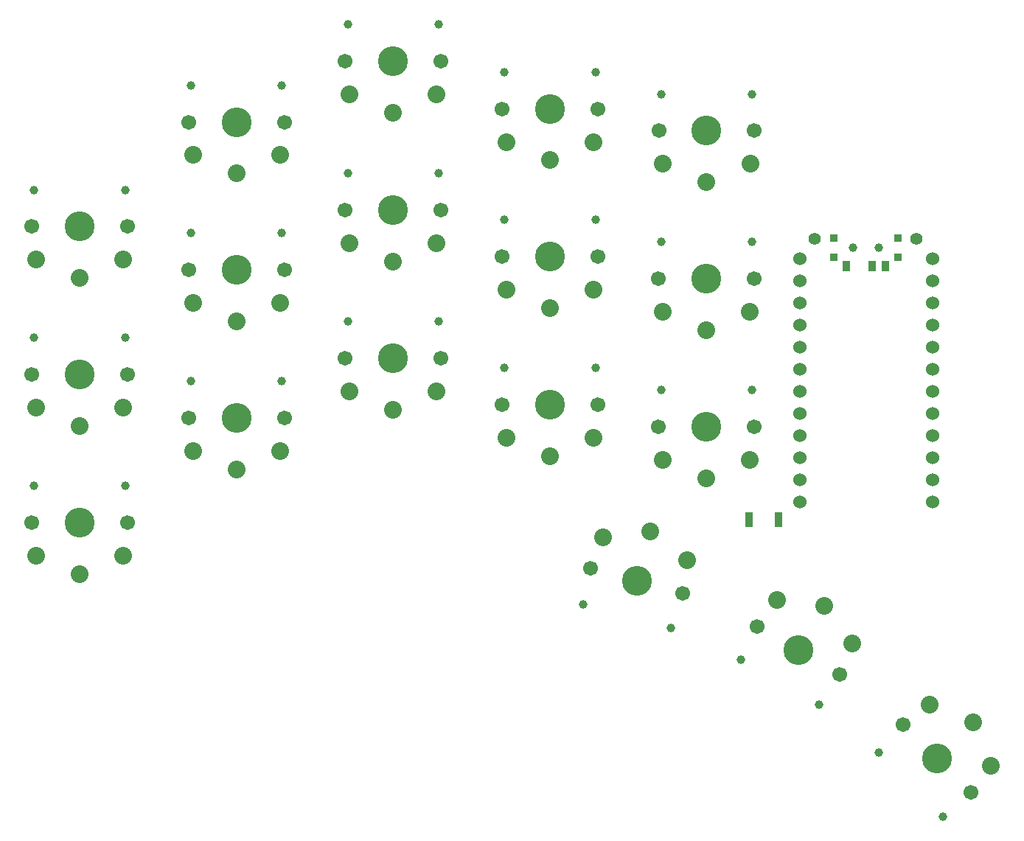
<source format=gbr>
%TF.GenerationSoftware,KiCad,Pcbnew,(6.0.2-0)*%
%TF.CreationDate,2022-03-03T20:02:49-06:00*%
%TF.ProjectId,Exkeylibur,45786b65-796c-4696-9275-722e6b696361,rev?*%
%TF.SameCoordinates,Original*%
%TF.FileFunction,Soldermask,Bot*%
%TF.FilePolarity,Negative*%
%FSLAX46Y46*%
G04 Gerber Fmt 4.6, Leading zero omitted, Abs format (unit mm)*
G04 Created by KiCad (PCBNEW (6.0.2-0)) date 2022-03-03 20:02:49*
%MOMM*%
%LPD*%
G01*
G04 APERTURE LIST*
%ADD10C,1.524000*%
%ADD11C,3.429000*%
%ADD12C,0.990600*%
%ADD13C,1.701800*%
%ADD14C,2.032000*%
%ADD15C,1.397000*%
%ADD16C,1.000000*%
%ADD17R,0.900000X0.900000*%
%ADD18R,0.900000X1.250000*%
%ADD19R,0.900000X1.700000*%
G04 APERTURE END LIST*
D10*
%TO.C,U1*%
X128322558Y-53086000D03*
X128322558Y-55626000D03*
X128322558Y-58166000D03*
X128322558Y-60706000D03*
X128322558Y-63246000D03*
X128322558Y-65786000D03*
X128322558Y-68326000D03*
X128322558Y-70866000D03*
X128322558Y-73406000D03*
X128322558Y-75946000D03*
X128322558Y-78486000D03*
X128322558Y-81026000D03*
X113102558Y-81026000D03*
X113102558Y-78486000D03*
X113102558Y-75946000D03*
X113102558Y-73406000D03*
X113102558Y-70866000D03*
X113102558Y-68326000D03*
X113102558Y-65786000D03*
X113102558Y-63246000D03*
X113102558Y-60706000D03*
X113102558Y-58166000D03*
X113102558Y-55626000D03*
X113102558Y-53086000D03*
%TD*%
D11*
%TO.C,SW16*%
X66389158Y-64516000D03*
D12*
X71609158Y-60316000D03*
D13*
X71889158Y-64516000D03*
D12*
X61169158Y-60316000D03*
D13*
X60889158Y-64516000D03*
D14*
X66389158Y-70416000D03*
X71389158Y-68316000D03*
X61389158Y-68316000D03*
%TD*%
D12*
%TO.C,SW7*%
X115339811Y-104329307D03*
D11*
X112919158Y-98082000D03*
D13*
X117682298Y-100832000D03*
X108156018Y-95332000D03*
D12*
X106298505Y-99109307D03*
D14*
X115869158Y-92972450D03*
X119149285Y-97291103D03*
X110489031Y-92291103D03*
%TD*%
D12*
%TO.C,SW15*%
X53609158Y-67174000D03*
X43169158Y-67174000D03*
D11*
X48389158Y-71374000D03*
D13*
X42889158Y-71374000D03*
X53889158Y-71374000D03*
D14*
X48389158Y-77274000D03*
X53389158Y-75174000D03*
X43389158Y-75174000D03*
%TD*%
D12*
%TO.C,SW13*%
X98314251Y-95489924D03*
D13*
X89046566Y-88658495D03*
D12*
X88229985Y-92787853D03*
D13*
X99671750Y-91505505D03*
D11*
X94359158Y-90082000D03*
D14*
X95886190Y-84383038D03*
X100172300Y-87705577D03*
X90513041Y-85117387D03*
%TD*%
D13*
%TO.C,SW17*%
X78889158Y-69850000D03*
D12*
X79169158Y-65650000D03*
D11*
X84389158Y-69850000D03*
D13*
X89889158Y-69850000D03*
D12*
X89609158Y-65650000D03*
D14*
X84389158Y-75750000D03*
X79389158Y-73650000D03*
X89389158Y-73650000D03*
%TD*%
D11*
%TO.C,SW18*%
X102369158Y-72390000D03*
D12*
X107589158Y-68190000D03*
D13*
X96869158Y-72390000D03*
X107869158Y-72390000D03*
D12*
X97149158Y-68190000D03*
D14*
X102369158Y-78290000D03*
X97369158Y-76190000D03*
X107369158Y-76190000D03*
%TD*%
D11*
%TO.C,SW4*%
X66389158Y-30382000D03*
D12*
X61169158Y-26182000D03*
D13*
X71889158Y-30382000D03*
X60889158Y-30382000D03*
D12*
X71609158Y-26182000D03*
D14*
X66389158Y-36282000D03*
X71389158Y-34182000D03*
X61389158Y-34182000D03*
%TD*%
D12*
%TO.C,SW3*%
X43169158Y-33182000D03*
X53609158Y-33182000D03*
D13*
X53889158Y-37382000D03*
D11*
X48389158Y-37382000D03*
D13*
X42889158Y-37382000D03*
D14*
X48389158Y-43282000D03*
X53389158Y-41182000D03*
X43389158Y-41182000D03*
%TD*%
D11*
%TO.C,SW9*%
X48389158Y-54356000D03*
D12*
X53609158Y-50156000D03*
D13*
X53889158Y-54356000D03*
X42889158Y-54356000D03*
D12*
X43169158Y-50156000D03*
D14*
X48389158Y-60256000D03*
X43389158Y-58156000D03*
X53389158Y-58156000D03*
%TD*%
D11*
%TO.C,SW14*%
X30389158Y-83382000D03*
D13*
X35889158Y-83382000D03*
X24889158Y-83382000D03*
D12*
X25169158Y-79182000D03*
X35609158Y-79182000D03*
D14*
X30389158Y-89282000D03*
X35389158Y-87182000D03*
X25389158Y-87182000D03*
%TD*%
D11*
%TO.C,SW12*%
X102369158Y-55372000D03*
D13*
X107869158Y-55372000D03*
X96869158Y-55372000D03*
D12*
X107589158Y-51172000D03*
X97149158Y-51172000D03*
D14*
X102369158Y-61272000D03*
X107369158Y-59172000D03*
X97369158Y-59172000D03*
%TD*%
D13*
%TO.C,SW11*%
X78889158Y-52832000D03*
D11*
X84389158Y-52832000D03*
D12*
X89609158Y-48632000D03*
X79169158Y-48632000D03*
D13*
X89889158Y-52832000D03*
D14*
X84389158Y-58732000D03*
X79389158Y-56632000D03*
X89389158Y-56632000D03*
%TD*%
D13*
%TO.C,SW8*%
X24889158Y-66382000D03*
D12*
X25169158Y-62182000D03*
D13*
X35889158Y-66382000D03*
D11*
X30389158Y-66382000D03*
D12*
X35609158Y-62182000D03*
D14*
X30389158Y-72282000D03*
X25389158Y-70182000D03*
X35389158Y-70182000D03*
%TD*%
D12*
%TO.C,SW6*%
X107609158Y-34182000D03*
X97169158Y-34182000D03*
D11*
X102389158Y-38382000D03*
D13*
X107889158Y-38382000D03*
X96889158Y-38382000D03*
D14*
X102389158Y-44282000D03*
X107389158Y-42182000D03*
X97389158Y-42182000D03*
%TD*%
D13*
%TO.C,SW5*%
X78889158Y-35882000D03*
D12*
X89609158Y-31682000D03*
X79169158Y-31682000D03*
D13*
X89889158Y-35882000D03*
D11*
X84389158Y-35882000D03*
D14*
X84389158Y-41782000D03*
X79389158Y-39682000D03*
X89389158Y-39682000D03*
%TD*%
D13*
%TO.C,SW2*%
X35889158Y-49382000D03*
D12*
X25169158Y-45182000D03*
D13*
X24889158Y-49382000D03*
D11*
X30389158Y-49382000D03*
D12*
X35609158Y-45182000D03*
D14*
X30389158Y-55282000D03*
X25389158Y-53182000D03*
X35389158Y-53182000D03*
%TD*%
D12*
%TO.C,SW10*%
X71609158Y-43298000D03*
D11*
X66389158Y-47498000D03*
D12*
X61169158Y-43298000D03*
D13*
X60889158Y-47498000D03*
X71889158Y-47498000D03*
D14*
X66389158Y-53398000D03*
X71389158Y-51298000D03*
X61389158Y-51298000D03*
%TD*%
D15*
%TO.C,BT_V1*%
X126499158Y-50800000D03*
%TD*%
%TO.C,BT_GND1*%
X114815158Y-50800000D03*
%TD*%
D16*
%TO.C,PWR_SW1*%
X122160425Y-51818925D03*
X119160425Y-51818925D03*
%TD*%
D13*
%TO.C,SW1*%
X132722245Y-114405512D03*
D12*
X122172212Y-109795176D03*
D13*
X124944071Y-106627338D03*
D12*
X129554407Y-117177371D03*
D11*
X128833158Y-110516425D03*
D14*
X133005088Y-106344495D03*
X135055698Y-111364953D03*
X127984630Y-104293885D03*
%TD*%
D16*
%TO.C,PWR_SW1*%
X122157158Y-51816000D03*
X119157158Y-51816000D03*
D17*
X124357158Y-52916000D03*
X116957158Y-50716000D03*
X124357158Y-50716000D03*
X116957158Y-52916000D03*
D18*
X118407158Y-53891000D03*
X121407158Y-53891000D03*
X122907158Y-53891000D03*
%TD*%
D19*
%TO.C,RSW1*%
X107280425Y-83056425D03*
X110680425Y-83056425D03*
%TD*%
M02*

</source>
